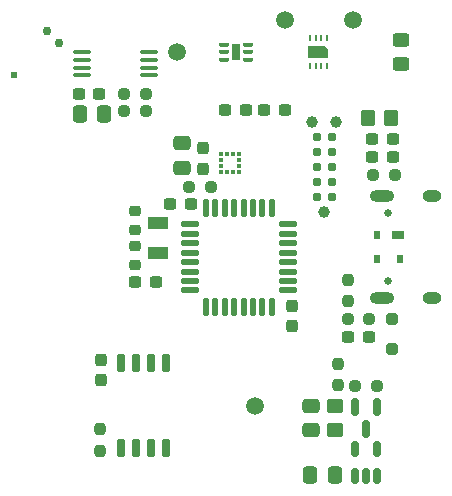
<source format=gts>
G04 #@! TF.GenerationSoftware,KiCad,Pcbnew,8.0.0*
G04 #@! TF.CreationDate,2024-03-21T15:59:00+02:00*
G04 #@! TF.ProjectId,iot-risk-logger-stm32l4,696f742d-7269-4736-9b2d-6c6f67676572,1.0.0*
G04 #@! TF.SameCoordinates,Original*
G04 #@! TF.FileFunction,Soldermask,Top*
G04 #@! TF.FilePolarity,Negative*
%FSLAX46Y46*%
G04 Gerber Fmt 4.6, Leading zero omitted, Abs format (unit mm)*
G04 Created by KiCad (PCBNEW 8.0.0) date 2024-03-21 15:59:00*
%MOMM*%
%LPD*%
G01*
G04 APERTURE LIST*
G04 Aperture macros list*
%AMRoundRect*
0 Rectangle with rounded corners*
0 $1 Rounding radius*
0 $2 $3 $4 $5 $6 $7 $8 $9 X,Y pos of 4 corners*
0 Add a 4 corners polygon primitive as box body*
4,1,4,$2,$3,$4,$5,$6,$7,$8,$9,$2,$3,0*
0 Add four circle primitives for the rounded corners*
1,1,$1+$1,$2,$3*
1,1,$1+$1,$4,$5*
1,1,$1+$1,$6,$7*
1,1,$1+$1,$8,$9*
0 Add four rect primitives between the rounded corners*
20,1,$1+$1,$2,$3,$4,$5,0*
20,1,$1+$1,$4,$5,$6,$7,0*
20,1,$1+$1,$6,$7,$8,$9,0*
20,1,$1+$1,$8,$9,$2,$3,0*%
%AMFreePoly0*
4,1,6,0.500000,-0.850000,-0.500000,-0.850000,-0.500000,0.550000,-0.200000,0.850000,0.500000,0.850000,0.500000,-0.850000,0.500000,-0.850000,$1*%
G04 Aperture macros list end*
%ADD10RoundRect,0.150000X-0.150000X0.587500X-0.150000X-0.587500X0.150000X-0.587500X0.150000X0.587500X0*%
%ADD11C,1.500000*%
%ADD12RoundRect,0.237500X0.250000X0.237500X-0.250000X0.237500X-0.250000X-0.237500X0.250000X-0.237500X0*%
%ADD13RoundRect,0.225000X-0.250000X0.225000X-0.250000X-0.225000X0.250000X-0.225000X0.250000X0.225000X0*%
%ADD14RoundRect,0.237500X0.300000X0.237500X-0.300000X0.237500X-0.300000X-0.237500X0.300000X-0.237500X0*%
%ADD15RoundRect,0.237500X0.237500X-0.250000X0.237500X0.250000X-0.237500X0.250000X-0.237500X-0.250000X0*%
%ADD16RoundRect,0.237500X-0.300000X-0.237500X0.300000X-0.237500X0.300000X0.237500X-0.300000X0.237500X0*%
%ADD17RoundRect,0.250000X-0.450000X0.325000X-0.450000X-0.325000X0.450000X-0.325000X0.450000X0.325000X0*%
%ADD18RoundRect,0.237500X-0.250000X-0.237500X0.250000X-0.237500X0.250000X0.237500X-0.250000X0.237500X0*%
%ADD19R,0.250000X0.550000*%
%ADD20FreePoly0,270.000000*%
%ADD21RoundRect,0.150000X0.150000X-0.512500X0.150000X0.512500X-0.150000X0.512500X-0.150000X-0.512500X0*%
%ADD22RoundRect,0.250000X0.450000X-0.350000X0.450000X0.350000X-0.450000X0.350000X-0.450000X-0.350000X0*%
%ADD23RoundRect,0.237500X0.237500X-0.300000X0.237500X0.300000X-0.237500X0.300000X-0.237500X-0.300000X0*%
%ADD24R,1.000000X0.700000*%
%ADD25R,0.600000X0.700000*%
%ADD26RoundRect,0.250000X0.250000X-0.250000X0.250000X0.250000X-0.250000X0.250000X-0.250000X-0.250000X0*%
%ADD27RoundRect,0.250000X-0.350000X-0.450000X0.350000X-0.450000X0.350000X0.450000X-0.350000X0.450000X0*%
%ADD28RoundRect,0.237500X-0.237500X0.300000X-0.237500X-0.300000X0.237500X-0.300000X0.237500X0.300000X0*%
%ADD29C,0.762000*%
%ADD30C,0.609600*%
%ADD31RoundRect,0.008100X0.361900X0.126900X-0.361900X0.126900X-0.361900X-0.126900X0.361900X-0.126900X0*%
%ADD32R,0.650000X1.350000*%
%ADD33R,0.375000X0.350000*%
%ADD34R,0.350000X0.375000*%
%ADD35RoundRect,0.225000X0.250000X-0.225000X0.250000X0.225000X-0.250000X0.225000X-0.250000X-0.225000X0*%
%ADD36C,0.990600*%
%ADD37C,0.787400*%
%ADD38RoundRect,0.125000X-0.625000X-0.125000X0.625000X-0.125000X0.625000X0.125000X-0.625000X0.125000X0*%
%ADD39RoundRect,0.125000X-0.125000X-0.625000X0.125000X-0.625000X0.125000X0.625000X-0.125000X0.625000X0*%
%ADD40RoundRect,0.250000X0.337500X0.475000X-0.337500X0.475000X-0.337500X-0.475000X0.337500X-0.475000X0*%
%ADD41R,1.800000X1.000000*%
%ADD42RoundRect,0.100000X-0.637500X-0.100000X0.637500X-0.100000X0.637500X0.100000X-0.637500X0.100000X0*%
%ADD43RoundRect,0.150000X0.150000X-0.650000X0.150000X0.650000X-0.150000X0.650000X-0.150000X-0.650000X0*%
%ADD44RoundRect,0.250000X-0.475000X0.337500X-0.475000X-0.337500X0.475000X-0.337500X0.475000X0.337500X0*%
%ADD45RoundRect,0.250000X0.475000X-0.337500X0.475000X0.337500X-0.475000X0.337500X-0.475000X-0.337500X0*%
%ADD46O,2.100000X1.000000*%
%ADD47C,0.650000*%
%ADD48O,1.600000X1.000000*%
G04 APERTURE END LIST*
D10*
G04 #@! TO.C,Q1*
X74864422Y-56595932D03*
X72964422Y-56595932D03*
X73914422Y-58470932D03*
G04 #@! TD*
D11*
G04 #@! TO.C,TP1*
X72771422Y-23878432D03*
G04 #@! TD*
D12*
G04 #@! TO.C,R7*
X74191922Y-49151432D03*
X72366922Y-49151432D03*
G04 #@! TD*
D13*
G04 #@! TO.C,C16*
X54347022Y-43017032D03*
X54347022Y-44567032D03*
G04 #@! TD*
D14*
G04 #@! TO.C,C4*
X67029922Y-31498432D03*
X65304922Y-31498432D03*
G04 #@! TD*
G04 #@! TO.C,C11*
X56107922Y-46052632D03*
X54382922Y-46052632D03*
G04 #@! TD*
D15*
G04 #@! TO.C,R9*
X71501422Y-54762932D03*
X71501422Y-52937932D03*
G04 #@! TD*
D16*
G04 #@! TO.C,C15*
X74448922Y-35435432D03*
X76173922Y-35435432D03*
G04 #@! TD*
D17*
G04 #@! TO.C,D2*
X76879422Y-25552432D03*
X76879422Y-27602432D03*
G04 #@! TD*
D18*
G04 #@! TO.C,R1*
X74525922Y-36959432D03*
X76350922Y-36959432D03*
G04 #@! TD*
D19*
G04 #@! TO.C,U3*
X70629422Y-25402432D03*
X70129422Y-25402432D03*
X69629422Y-25402432D03*
X69129422Y-25402432D03*
X69129422Y-27752432D03*
X69629422Y-27752432D03*
X70129422Y-27752432D03*
X70629422Y-27752432D03*
D20*
X69879422Y-26577432D03*
G04 #@! TD*
D21*
G04 #@! TO.C,U5*
X72964422Y-62480932D03*
X73914422Y-62480932D03*
X74864422Y-62480932D03*
X74864422Y-60205932D03*
X72964422Y-60205932D03*
G04 #@! TD*
D11*
G04 #@! TO.C,TP2*
X67056422Y-23878432D03*
G04 #@! TD*
D22*
G04 #@! TO.C,FB1*
X71247422Y-58533432D03*
X71247422Y-56533432D03*
G04 #@! TD*
D23*
G04 #@! TO.C,C6*
X60087422Y-36424932D03*
X60087422Y-34699932D03*
G04 #@! TD*
D24*
G04 #@! TO.C,D3*
X76569422Y-42055432D03*
D25*
X74869422Y-42055432D03*
X74869422Y-44055432D03*
X76769422Y-44055432D03*
G04 #@! TD*
D15*
G04 #@! TO.C,R2*
X72390422Y-47650932D03*
X72390422Y-45825932D03*
G04 #@! TD*
D26*
G04 #@! TO.C,D1*
X76073422Y-51671432D03*
X76073422Y-49171432D03*
G04 #@! TD*
D15*
G04 #@! TO.C,R6*
X51372422Y-60314932D03*
X51372422Y-58489932D03*
G04 #@! TD*
D27*
G04 #@! TO.C,R3*
X74057422Y-32133432D03*
X76057422Y-32133432D03*
G04 #@! TD*
D28*
G04 #@! TO.C,C14*
X67631222Y-48034932D03*
X67631222Y-49759932D03*
G04 #@! TD*
D29*
G04 #@! TO.C,AE1*
X47879422Y-25783432D03*
X46879422Y-24783432D03*
D30*
X44129422Y-28533432D03*
G04 #@! TD*
D28*
G04 #@! TO.C,C9*
X51435422Y-52606932D03*
X51435422Y-54331932D03*
G04 #@! TD*
D31*
G04 #@! TO.C,U2*
X63874422Y-27227432D03*
X63874422Y-26577432D03*
X63874422Y-25927432D03*
X61884422Y-25927432D03*
X61884422Y-26577432D03*
X61884422Y-27227432D03*
D32*
X62879422Y-26577432D03*
G04 #@! TD*
D33*
G04 #@! TO.C,U4*
X63119922Y-36699832D03*
X63119922Y-36199832D03*
X63119922Y-35699832D03*
X63119922Y-35199832D03*
D34*
X62607422Y-35187332D03*
X62107422Y-35187332D03*
D33*
X61594922Y-35199832D03*
X61594922Y-35699832D03*
X61594922Y-36199832D03*
X61594922Y-36699832D03*
D34*
X62107422Y-36712332D03*
X62607422Y-36712332D03*
G04 #@! TD*
D35*
G04 #@! TO.C,C17*
X54331022Y-41601632D03*
X54331022Y-40051632D03*
G04 #@! TD*
D36*
G04 #@! TO.C,J2*
X70358422Y-40134432D03*
X69342422Y-32514432D03*
X71374422Y-32514432D03*
D37*
X70993422Y-38864432D03*
X70993422Y-37594432D03*
X70993422Y-36324432D03*
X70993422Y-35054432D03*
X70993422Y-33784432D03*
X69723422Y-33784432D03*
X69723422Y-35054432D03*
X69723422Y-36324432D03*
X69723422Y-37594432D03*
X69723422Y-38864432D03*
G04 #@! TD*
D38*
G04 #@! TO.C,U7*
X58960422Y-41144432D03*
X58960422Y-41944432D03*
X58960422Y-42744432D03*
X58960422Y-43544432D03*
X58960422Y-44344432D03*
X58960422Y-45144432D03*
X58960422Y-45944432D03*
X58960422Y-46744432D03*
D39*
X60335422Y-48119432D03*
X61135422Y-48119432D03*
X61935422Y-48119432D03*
X62735422Y-48119432D03*
X63535422Y-48119432D03*
X64335422Y-48119432D03*
X65135422Y-48119432D03*
X65935422Y-48119432D03*
D38*
X67310422Y-46744432D03*
X67310422Y-45944432D03*
X67310422Y-45144432D03*
X67310422Y-44344432D03*
X67310422Y-43544432D03*
X67310422Y-42744432D03*
X67310422Y-41944432D03*
X67310422Y-41144432D03*
D39*
X65935422Y-39769432D03*
X65135422Y-39769432D03*
X64335422Y-39769432D03*
X63535422Y-39769432D03*
X62735422Y-39769432D03*
X61935422Y-39769432D03*
X61135422Y-39769432D03*
X60335422Y-39769432D03*
G04 #@! TD*
D40*
G04 #@! TO.C,C1*
X51740222Y-31828632D03*
X49665222Y-31828632D03*
G04 #@! TD*
D18*
G04 #@! TO.C,R5*
X53443922Y-31574632D03*
X55268922Y-31574632D03*
G04 #@! TD*
D41*
G04 #@! TO.C,Y1*
X56277422Y-41043432D03*
X56277422Y-43543432D03*
G04 #@! TD*
D42*
G04 #@! TO.C,U1*
X49842922Y-26586432D03*
X49842922Y-27236432D03*
X49842922Y-27886432D03*
X49842922Y-28536432D03*
X55567922Y-28536432D03*
X55567922Y-27886432D03*
X55567922Y-27236432D03*
X55567922Y-26586432D03*
G04 #@! TD*
D43*
G04 #@! TO.C,U6*
X53150422Y-60081432D03*
X54420422Y-60081432D03*
X55690422Y-60081432D03*
X56960422Y-60081432D03*
X56960422Y-52881432D03*
X55690422Y-52881432D03*
X54420422Y-52881432D03*
X53150422Y-52881432D03*
G04 #@! TD*
D12*
G04 #@! TO.C,R8*
X74826922Y-54866432D03*
X73001922Y-54866432D03*
G04 #@! TD*
D11*
G04 #@! TO.C,TP4*
X57912422Y-26545432D03*
G04 #@! TD*
D16*
G04 #@! TO.C,C13*
X57319922Y-39448632D03*
X59044922Y-39448632D03*
G04 #@! TD*
D14*
G04 #@! TO.C,C2*
X51332722Y-30101432D03*
X49607722Y-30101432D03*
G04 #@! TD*
D44*
G04 #@! TO.C,C7*
X69215422Y-56495932D03*
X69215422Y-58570932D03*
G04 #@! TD*
D14*
G04 #@! TO.C,C3*
X63727922Y-31498432D03*
X62002922Y-31498432D03*
G04 #@! TD*
G04 #@! TO.C,C10*
X74141922Y-50675432D03*
X72416922Y-50675432D03*
G04 #@! TD*
D11*
G04 #@! TO.C,TP3*
X64516422Y-56517432D03*
G04 #@! TD*
D16*
G04 #@! TO.C,C18*
X74448922Y-33911432D03*
X76173922Y-33911432D03*
G04 #@! TD*
D18*
G04 #@! TO.C,R10*
X58920922Y-37975432D03*
X60745922Y-37975432D03*
G04 #@! TD*
G04 #@! TO.C,R4*
X53443922Y-30101432D03*
X55268922Y-30101432D03*
G04 #@! TD*
D45*
G04 #@! TO.C,C5*
X58309422Y-36345932D03*
X58309422Y-34270932D03*
G04 #@! TD*
D40*
G04 #@! TO.C,C8*
X71268922Y-62359432D03*
X69193922Y-62359432D03*
G04 #@! TD*
D46*
G04 #@! TO.C,J1*
X75274422Y-38757432D03*
D47*
X75774422Y-40187432D03*
X75774422Y-45967432D03*
D48*
X79454422Y-47397432D03*
X79454422Y-38757432D03*
D46*
X75274422Y-47397432D03*
G04 #@! TD*
M02*

</source>
